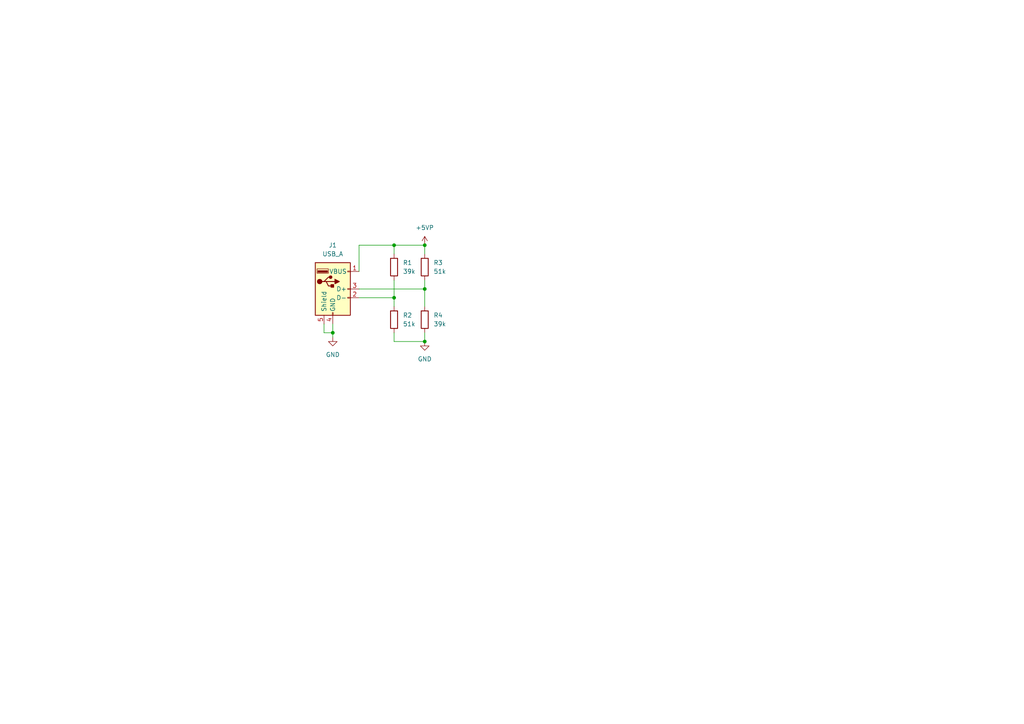
<source format=kicad_sch>
(kicad_sch (version 20211123) (generator eeschema)
  (paper "A4")
  (title_block (title "Battery"))
  (lib_symbols
    (symbol "Connector:USB_A" (pin_names (offset 1.016))
      (property "Reference" "J" (at -5.08 11.43 0))
      (property "Value" "USB_A" (at -5.08 8.89 0))
      (symbol "USB_A_0_1"
        (rectangle (start -5.08 -7.62) (end 5.08 7.62) (stroke (width 0.254)) (fill (type background)))
        (circle (center -3.81 2.159) (radius 0.635) (stroke (width 0.254)) (fill (type outline)))
        (rectangle (start -1.524 4.826) (end -4.318 5.334) (fill (type outline)))
        (rectangle (start -1.27 4.572) (end -4.572 5.842))
        (circle (center -0.635 3.429) (radius 0.381) (stroke (width 0.254)) (fill (type outline)))
        (rectangle (start -0.127 -7.62) (end 0.127 -6.858))
        (polyline (pts (xy -3.175 2.159) (xy -2.54 2.159) (xy -1.27 3.429) (xy -0.635 3.429)) (stroke (width 0.254)))
        (polyline (pts (xy -2.54 2.159) (xy -1.905 2.159) (xy -1.27 0.889) (xy 0 0.889)) (stroke (width 0.254)))
        (polyline (pts (xy 0.635 2.794) (xy 0.635 1.524) (xy 1.905 2.159) (xy 0.635 2.794)) (stroke (width 0.254)) (fill (type outline)))
        (rectangle (start 0.254 1.27) (end -0.508 0.508) (stroke (width 0.254)) (fill (type outline)))
        (rectangle (start 5.08 -2.667) (end 4.318 -2.413))
        (rectangle (start 5.08 -0.127) (end 4.318 0.127))
        (rectangle (start 5.08 4.953) (end 4.318 5.207))
      )
      (symbol "USB_A_1_1"
        (polyline (pts (xy -1.905 2.159) (xy 0.635 2.159)) (stroke (width 0.254)))
        (pin power_in line (at 7.62 5.08 180) (length 2.54) (name "VBUS") (number "1"))
        (pin bidirectional line (at 7.62 -2.54 180) (length 2.54) (name "D-") (number "2"))
        (pin bidirectional line (at 7.62 0 180) (length 2.54) (name "D+") (number "3"))
        (pin power_in line (at 0 -10.16 90) (length 2.54) (name "GND") (number "4"))
        (pin passive line (at -2.54 -10.16 90) (length 2.54) (name "Shield") (number "5"))
      )
    )
    (symbol "Device:R" (pin_numbers hide) (pin_names (offset 0))
      (property "Reference" "R" (at 2.032 0 90))
      (property "Value" "R" (at 0 0 90))
      (symbol "R_0_1"
        (rectangle (start -1.016 -2.54) (end 1.016 2.54) (stroke (width 0.254)))
      )
      (symbol "R_1_1"
        (pin passive line (at 0 3.81 270) (length 1.27) (name "~") (number "1"))
        (pin passive line (at 0 -3.81 90) (length 1.27) (name "~") (number "2"))
      )
    )
    (symbol "power:+5VP" (power) (pin_names (offset 0))
      (property "Value" "+5VP" (at 0 3.556 0))
      (symbol "+5VP_0_1"
        (polyline (pts (xy -0.762 1.27) (xy 0 2.54)))
        (polyline (pts (xy 0 0) (xy 0 2.54)))
        (polyline (pts (xy 0 2.54) (xy 0.762 1.27)))
      )
      (symbol "+5VP_1_1"
        (pin power_in line (at 0 0 90) (length 0) hide (name "+5VP") (number "1"))
      )
    )
    (symbol "power:GND" (power) (pin_names (offset 0))
      (property "Value" "GND" (at 0 -3.81 0))
      (symbol "GND_0_1"
        (polyline (pts (xy 0 0) (xy 0 -1.27) (xy 1.27 -1.27) (xy 0 -2.54) (xy -1.27 -1.27) (xy 0 -1.27)))
      )
      (symbol "GND_1_1"
        (pin power_in line (at 0 0 270) (length 0) hide (name "GND") (number "1"))
      )
    )
  )
  (junction (at 96.52 96.52))
  (junction (at 123.19 71.12))
  (junction (at 123.19 83.82))
  (junction (at 123.19 99.06))
  (junction (at 114.3 71.12))
  (junction (at 114.3 86.36))
  (wire (pts (xy 96.52 96.52) (xy 96.52 93.98)))
  (wire (pts (xy 114.3 81.28) (xy 114.3 86.36)))
  (wire (pts (xy 104.14 71.12) (xy 114.3 71.12)))
  (wire (pts (xy 114.3 99.06) (xy 123.19 99.06)))
  (wire (pts (xy 123.19 83.82) (xy 123.19 88.9)))
  (wire (pts (xy 123.19 81.28) (xy 123.19 83.82)))
  (wire (pts (xy 104.14 83.82) (xy 123.19 83.82)))
  (wire (pts (xy 123.19 99.06) (xy 123.19 96.52)))
  (wire (pts (xy 104.14 78.74) (xy 104.14 71.12)))
  (wire (pts (xy 114.3 71.12) (xy 123.19 71.12)))
  (wire (pts (xy 93.98 93.98) (xy 93.98 96.52)))
  (wire (pts (xy 114.3 96.52) (xy 114.3 99.06)))
  (wire (pts (xy 96.52 96.52) (xy 96.52 97.79)))
  (wire (pts (xy 104.14 86.36) (xy 114.3 86.36)))
  (wire (pts (xy 114.3 71.12) (xy 114.3 73.66)))
  (wire (pts (xy 114.3 86.36) (xy 114.3 88.9)))
  (wire (pts (xy 93.98 96.52) (xy 96.52 96.52)))
  (wire (pts (xy 123.19 71.12) (xy 123.19 73.66)))
  (symbol (lib_id "Device:R") (at 114.3 92.71 0) (unit 1)
    (property "Reference" "R2" (at 116.84 91.4399 0) (effects (justify left)))
    (property "Value" "51k" (at 116.84 93.9799 0) (effects (justify left)))
    (property "Footprint" "Resistor_THT:R_Axial_DIN0614_L14.3mm_D5.7mm_P20.32mm_Horizontal" (effects hide))
  )
  (symbol (lib_id "Device:R") (at 123.19 92.71 0) (unit 1)
    (property "Reference" "R4" (at 125.73 91.4399 0) (effects (justify left)))
    (property "Value" "39k" (at 125.73 93.9799 0) (effects (justify left)))
    (property "Footprint" "Resistor_THT:R_Axial_DIN0614_L14.3mm_D5.7mm_P20.32mm_Horizontal" (effects hide))
  )
  (symbol (lib_id "power:GND") (at 123.19 99.06 0) (unit 1)
    (property "Reference" "#PWR03" (effects hide))
    (property "Value" "GND" (at 123.19 104.14 0))
  )
  (symbol (lib_id "power:+5VP") (at 123.19 71.12 0) (unit 1)
    (property "Reference" "#PWR02" (effects hide))
    (property "Value" "+5VP" (at 123.19 66.04 0))
  )
  (symbol (lib_id "Connector:USB_A") (at 96.52 83.82 0) (unit 1)
    (property "Reference" "J1" (at 96.52 71.12 0))
    (property "Value" "USB_A" (at 96.52 73.66 0))
    (property "Footprint" "Connector_USB:USB_A_Molex_67643_Horizontal" (effects hide))
    (property "Datasheet" " ~" (effects hide))
  )
  (symbol (lib_id "Device:R") (at 123.19 77.47 0) (unit 1)
    (property "Reference" "R3" (at 125.73 76.1999 0) (effects (justify left)))
    (property "Value" "51k" (at 125.73 78.7399 0) (effects (justify left)))
    (property "Footprint" "Resistor_THT:R_Axial_DIN0614_L14.3mm_D5.7mm_P20.32mm_Horizontal" (effects hide))
  )
  (symbol (lib_id "Device:R") (at 114.3 77.47 0) (unit 1)
    (property "Reference" "R1" (at 116.84 76.1999 0) (effects (justify left)))
    (property "Value" "39k" (at 116.84 78.7399 0) (effects (justify left)))
    (property "Footprint" "Resistor_THT:R_Axial_DIN0614_L14.3mm_D5.7mm_P20.32mm_Horizontal" (effects hide))
  )
  (symbol (lib_id "power:GND") (at 96.52 97.79 0) (unit 1)
    (property "Reference" "#PWR01" (effects hide))
    (property "Value" "GND" (at 96.52 102.87 0))
  )
)
</source>
